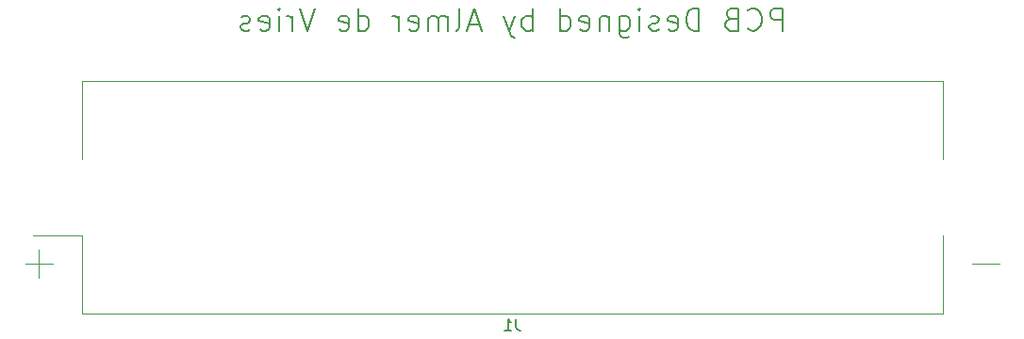
<source format=gbr>
%TF.GenerationSoftware,KiCad,Pcbnew,(5.1.7)-1*%
%TF.CreationDate,2020-11-19T15:51:39+01:00*%
%TF.ProjectId,Notifier,4e6f7469-6669-4657-922e-6b696361645f,rev?*%
%TF.SameCoordinates,Original*%
%TF.FileFunction,Legend,Bot*%
%TF.FilePolarity,Positive*%
%FSLAX46Y46*%
G04 Gerber Fmt 4.6, Leading zero omitted, Abs format (unit mm)*
G04 Created by KiCad (PCBNEW (5.1.7)-1) date 2020-11-19 15:51:39*
%MOMM*%
%LPD*%
G01*
G04 APERTURE LIST*
%ADD10C,0.150000*%
%ADD11C,0.120000*%
G04 APERTURE END LIST*
D10*
X99850714Y-133619761D02*
X99850714Y-131619761D01*
X99088809Y-131619761D01*
X98898333Y-131715000D01*
X98803095Y-131810238D01*
X98707857Y-132000714D01*
X98707857Y-132286428D01*
X98803095Y-132476904D01*
X98898333Y-132572142D01*
X99088809Y-132667380D01*
X99850714Y-132667380D01*
X96707857Y-133429285D02*
X96803095Y-133524523D01*
X97088809Y-133619761D01*
X97279285Y-133619761D01*
X97565000Y-133524523D01*
X97755476Y-133334047D01*
X97850714Y-133143571D01*
X97945952Y-132762619D01*
X97945952Y-132476904D01*
X97850714Y-132095952D01*
X97755476Y-131905476D01*
X97565000Y-131715000D01*
X97279285Y-131619761D01*
X97088809Y-131619761D01*
X96803095Y-131715000D01*
X96707857Y-131810238D01*
X95184047Y-132572142D02*
X94898333Y-132667380D01*
X94803095Y-132762619D01*
X94707857Y-132953095D01*
X94707857Y-133238809D01*
X94803095Y-133429285D01*
X94898333Y-133524523D01*
X95088809Y-133619761D01*
X95850714Y-133619761D01*
X95850714Y-131619761D01*
X95184047Y-131619761D01*
X94993571Y-131715000D01*
X94898333Y-131810238D01*
X94803095Y-132000714D01*
X94803095Y-132191190D01*
X94898333Y-132381666D01*
X94993571Y-132476904D01*
X95184047Y-132572142D01*
X95850714Y-132572142D01*
X92326904Y-133619761D02*
X92326904Y-131619761D01*
X91850714Y-131619761D01*
X91565000Y-131715000D01*
X91374523Y-131905476D01*
X91279285Y-132095952D01*
X91184047Y-132476904D01*
X91184047Y-132762619D01*
X91279285Y-133143571D01*
X91374523Y-133334047D01*
X91565000Y-133524523D01*
X91850714Y-133619761D01*
X92326904Y-133619761D01*
X89565000Y-133524523D02*
X89755476Y-133619761D01*
X90136428Y-133619761D01*
X90326904Y-133524523D01*
X90422142Y-133334047D01*
X90422142Y-132572142D01*
X90326904Y-132381666D01*
X90136428Y-132286428D01*
X89755476Y-132286428D01*
X89565000Y-132381666D01*
X89469761Y-132572142D01*
X89469761Y-132762619D01*
X90422142Y-132953095D01*
X88707857Y-133524523D02*
X88517380Y-133619761D01*
X88136428Y-133619761D01*
X87945952Y-133524523D01*
X87850714Y-133334047D01*
X87850714Y-133238809D01*
X87945952Y-133048333D01*
X88136428Y-132953095D01*
X88422142Y-132953095D01*
X88612619Y-132857857D01*
X88707857Y-132667380D01*
X88707857Y-132572142D01*
X88612619Y-132381666D01*
X88422142Y-132286428D01*
X88136428Y-132286428D01*
X87945952Y-132381666D01*
X86993571Y-133619761D02*
X86993571Y-132286428D01*
X86993571Y-131619761D02*
X87088809Y-131715000D01*
X86993571Y-131810238D01*
X86898333Y-131715000D01*
X86993571Y-131619761D01*
X86993571Y-131810238D01*
X85184047Y-132286428D02*
X85184047Y-133905476D01*
X85279285Y-134095952D01*
X85374523Y-134191190D01*
X85565000Y-134286428D01*
X85850714Y-134286428D01*
X86041190Y-134191190D01*
X85184047Y-133524523D02*
X85374523Y-133619761D01*
X85755476Y-133619761D01*
X85945952Y-133524523D01*
X86041190Y-133429285D01*
X86136428Y-133238809D01*
X86136428Y-132667380D01*
X86041190Y-132476904D01*
X85945952Y-132381666D01*
X85755476Y-132286428D01*
X85374523Y-132286428D01*
X85184047Y-132381666D01*
X84231666Y-132286428D02*
X84231666Y-133619761D01*
X84231666Y-132476904D02*
X84136428Y-132381666D01*
X83945952Y-132286428D01*
X83660238Y-132286428D01*
X83469761Y-132381666D01*
X83374523Y-132572142D01*
X83374523Y-133619761D01*
X81660238Y-133524523D02*
X81850714Y-133619761D01*
X82231666Y-133619761D01*
X82422142Y-133524523D01*
X82517380Y-133334047D01*
X82517380Y-132572142D01*
X82422142Y-132381666D01*
X82231666Y-132286428D01*
X81850714Y-132286428D01*
X81660238Y-132381666D01*
X81565000Y-132572142D01*
X81565000Y-132762619D01*
X82517380Y-132953095D01*
X79850714Y-133619761D02*
X79850714Y-131619761D01*
X79850714Y-133524523D02*
X80041190Y-133619761D01*
X80422142Y-133619761D01*
X80612619Y-133524523D01*
X80707857Y-133429285D01*
X80803095Y-133238809D01*
X80803095Y-132667380D01*
X80707857Y-132476904D01*
X80612619Y-132381666D01*
X80422142Y-132286428D01*
X80041190Y-132286428D01*
X79850714Y-132381666D01*
X77374523Y-133619761D02*
X77374523Y-131619761D01*
X77374523Y-132381666D02*
X77184047Y-132286428D01*
X76803095Y-132286428D01*
X76612619Y-132381666D01*
X76517380Y-132476904D01*
X76422142Y-132667380D01*
X76422142Y-133238809D01*
X76517380Y-133429285D01*
X76612619Y-133524523D01*
X76803095Y-133619761D01*
X77184047Y-133619761D01*
X77374523Y-133524523D01*
X75755476Y-132286428D02*
X75279285Y-133619761D01*
X74803095Y-132286428D02*
X75279285Y-133619761D01*
X75469761Y-134095952D01*
X75565000Y-134191190D01*
X75755476Y-134286428D01*
X72612619Y-133048333D02*
X71660238Y-133048333D01*
X72803095Y-133619761D02*
X72136428Y-131619761D01*
X71469761Y-133619761D01*
X70517380Y-133619761D02*
X70707857Y-133524523D01*
X70803095Y-133334047D01*
X70803095Y-131619761D01*
X69755476Y-133619761D02*
X69755476Y-132286428D01*
X69755476Y-132476904D02*
X69660238Y-132381666D01*
X69469761Y-132286428D01*
X69184047Y-132286428D01*
X68993571Y-132381666D01*
X68898333Y-132572142D01*
X68898333Y-133619761D01*
X68898333Y-132572142D02*
X68803095Y-132381666D01*
X68612619Y-132286428D01*
X68326904Y-132286428D01*
X68136428Y-132381666D01*
X68041190Y-132572142D01*
X68041190Y-133619761D01*
X66326904Y-133524523D02*
X66517380Y-133619761D01*
X66898333Y-133619761D01*
X67088809Y-133524523D01*
X67184047Y-133334047D01*
X67184047Y-132572142D01*
X67088809Y-132381666D01*
X66898333Y-132286428D01*
X66517380Y-132286428D01*
X66326904Y-132381666D01*
X66231666Y-132572142D01*
X66231666Y-132762619D01*
X67184047Y-132953095D01*
X65374523Y-133619761D02*
X65374523Y-132286428D01*
X65374523Y-132667380D02*
X65279285Y-132476904D01*
X65184047Y-132381666D01*
X64993571Y-132286428D01*
X64803095Y-132286428D01*
X61755476Y-133619761D02*
X61755476Y-131619761D01*
X61755476Y-133524523D02*
X61945952Y-133619761D01*
X62326904Y-133619761D01*
X62517380Y-133524523D01*
X62612619Y-133429285D01*
X62707857Y-133238809D01*
X62707857Y-132667380D01*
X62612619Y-132476904D01*
X62517380Y-132381666D01*
X62326904Y-132286428D01*
X61945952Y-132286428D01*
X61755476Y-132381666D01*
X60041190Y-133524523D02*
X60231666Y-133619761D01*
X60612619Y-133619761D01*
X60803095Y-133524523D01*
X60898333Y-133334047D01*
X60898333Y-132572142D01*
X60803095Y-132381666D01*
X60612619Y-132286428D01*
X60231666Y-132286428D01*
X60041190Y-132381666D01*
X59945952Y-132572142D01*
X59945952Y-132762619D01*
X60898333Y-132953095D01*
X57850714Y-131619761D02*
X57184047Y-133619761D01*
X56517380Y-131619761D01*
X55850714Y-133619761D02*
X55850714Y-132286428D01*
X55850714Y-132667380D02*
X55755476Y-132476904D01*
X55660238Y-132381666D01*
X55469761Y-132286428D01*
X55279285Y-132286428D01*
X54612619Y-133619761D02*
X54612619Y-132286428D01*
X54612619Y-131619761D02*
X54707857Y-131715000D01*
X54612619Y-131810238D01*
X54517380Y-131715000D01*
X54612619Y-131619761D01*
X54612619Y-131810238D01*
X52898333Y-133524523D02*
X53088809Y-133619761D01*
X53469761Y-133619761D01*
X53660238Y-133524523D01*
X53755476Y-133334047D01*
X53755476Y-132572142D01*
X53660238Y-132381666D01*
X53469761Y-132286428D01*
X53088809Y-132286428D01*
X52898333Y-132381666D01*
X52803095Y-132572142D01*
X52803095Y-132762619D01*
X53755476Y-132953095D01*
X52041190Y-133524523D02*
X51850714Y-133619761D01*
X51469761Y-133619761D01*
X51279285Y-133524523D01*
X51184047Y-133334047D01*
X51184047Y-133238809D01*
X51279285Y-133048333D01*
X51469761Y-132953095D01*
X51755476Y-132953095D01*
X51945952Y-132857857D01*
X52041190Y-132667380D01*
X52041190Y-132572142D01*
X51945952Y-132381666D01*
X51755476Y-132286428D01*
X51469761Y-132286428D01*
X51279285Y-132381666D01*
D11*
%TO.C,J1*%
X33065000Y-153340000D02*
X33065000Y-155840000D01*
X31815000Y-154590000D02*
X34315000Y-154590000D01*
X119315000Y-154590000D02*
X116815000Y-154590000D01*
X114205000Y-152030000D02*
X114205000Y-159010000D01*
X114205000Y-159030000D02*
X36925000Y-159030000D01*
X36925000Y-159030000D02*
X36925000Y-152030000D01*
X114205000Y-145150000D02*
X114205000Y-138150000D01*
X114205000Y-138150000D02*
X36925000Y-138150000D01*
X36925000Y-138150000D02*
X36925000Y-145150000D01*
X36925000Y-152030000D02*
X32565000Y-152030000D01*
D10*
X75898333Y-159542380D02*
X75898333Y-160256666D01*
X75945952Y-160399523D01*
X76041190Y-160494761D01*
X76184047Y-160542380D01*
X76279285Y-160542380D01*
X74898333Y-160542380D02*
X75469761Y-160542380D01*
X75184047Y-160542380D02*
X75184047Y-159542380D01*
X75279285Y-159685238D01*
X75374523Y-159780476D01*
X75469761Y-159828095D01*
%TD*%
M02*

</source>
